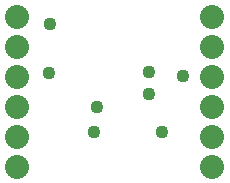
<source format=gbs>
G75*
%MOIN*%
%OFA0B0*%
%FSLAX24Y24*%
%IPPOS*%
%LPD*%
%AMOC8*
5,1,8,0,0,1.08239X$1,22.5*
%
%ADD10C,0.0800*%
%ADD11C,0.0436*%
D10*
X001500Y001000D03*
X001500Y002000D03*
X001500Y003000D03*
X001500Y004000D03*
X001500Y005000D03*
X001500Y006000D03*
X008000Y006000D03*
X008000Y005000D03*
X008000Y004000D03*
X008000Y003000D03*
X008000Y002000D03*
X008000Y001000D03*
D11*
X006323Y002157D03*
X005878Y003425D03*
X005898Y004165D03*
X007008Y004020D03*
X004142Y003000D03*
X004063Y002150D03*
X002551Y004106D03*
X002594Y005740D03*
M02*

</source>
